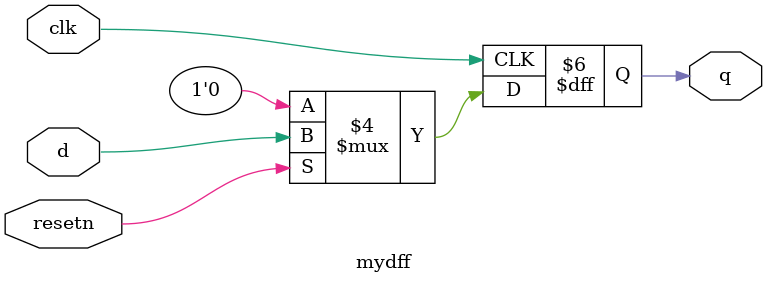
<source format=v>

module mydff(d,q,clk,resetn);
input d,clk,resetn;
output q;
reg    q;

always @(posedge clk) begin
  if (!resetn)
    q <= 1'b0;
  else 
    q <= d;
end
endmodule

</source>
